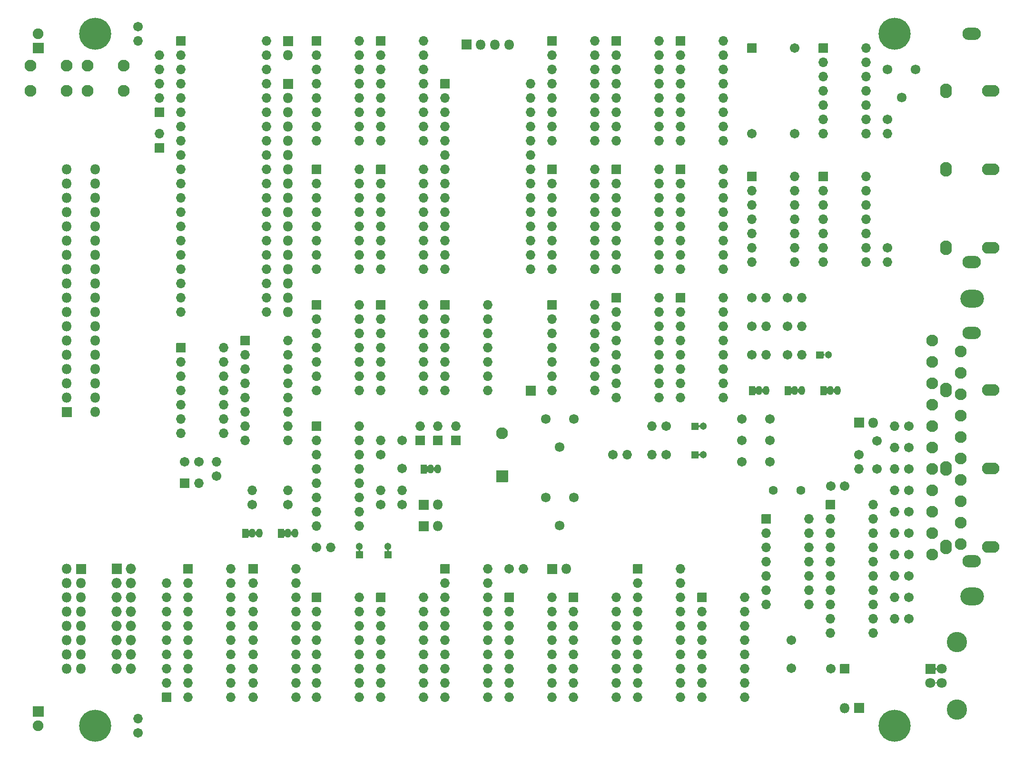
<source format=gbs>
G04 #@! TF.GenerationSoftware,KiCad,Pcbnew,5.1.12-84ad8e8a86~92~ubuntu18.04.1*
G04 #@! TF.CreationDate,2022-12-12T22:34:18+01:00*
G04 #@! TF.ProjectId,full,66756c6c-2e6b-4696-9361-645f70636258,rev?*
G04 #@! TF.SameCoordinates,Original*
G04 #@! TF.FileFunction,Soldermask,Bot*
G04 #@! TF.FilePolarity,Negative*
%FSLAX46Y46*%
G04 Gerber Fmt 4.6, Leading zero omitted, Abs format (unit mm)*
G04 Created by KiCad (PCBNEW 5.1.12-84ad8e8a86~92~ubuntu18.04.1) date 2022-12-12 22:34:18*
%MOMM*%
%LPD*%
G01*
G04 APERTURE LIST*
%ADD10C,1.902000*%
%ADD11O,1.702000X1.702000*%
%ADD12C,1.702000*%
%ADD13O,3.302000X2.202000*%
%ADD14O,3.100980X2.100980*%
%ADD15O,2.100980X2.600980*%
%ADD16O,4.202000X3.202000*%
%ADD17C,2.100980*%
%ADD18O,1.802000X1.802000*%
%ADD19C,1.602000*%
%ADD20C,5.702000*%
%ADD21C,1.722000*%
%ADD22C,1.302000*%
%ADD23C,2.102000*%
%ADD24O,1.829200X1.829200*%
%ADD25C,3.602000*%
%ADD26C,1.802000*%
%ADD27O,1.152000X1.602000*%
%ADD28C,0.100000*%
G04 APERTURE END LIST*
D10*
X16510000Y-16510000D03*
G36*
G01*
X17410000Y-20001000D02*
X15610000Y-20001000D01*
G75*
G02*
X15559000Y-19950000I0J51000D01*
G01*
X15559000Y-18150000D01*
G75*
G02*
X15610000Y-18099000I51000J0D01*
G01*
X17410000Y-18099000D01*
G75*
G02*
X17461000Y-18150000I0J-51000D01*
G01*
X17461000Y-19950000D01*
G75*
G02*
X17410000Y-20001000I-51000J0D01*
G01*
G37*
X16510000Y-139700000D03*
G36*
G01*
X15610000Y-136209000D02*
X17410000Y-136209000D01*
G75*
G02*
X17461000Y-136260000I0J-51000D01*
G01*
X17461000Y-138060000D01*
G75*
G02*
X17410000Y-138111000I-51000J0D01*
G01*
X15610000Y-138111000D01*
G75*
G02*
X15559000Y-138060000I0J51000D01*
G01*
X15559000Y-136260000D01*
G75*
G02*
X15610000Y-136209000I51000J0D01*
G01*
G37*
D11*
X168910000Y-86360000D03*
D12*
X171450000Y-86360000D03*
D11*
X81280000Y-97790000D03*
D12*
X81280000Y-100330000D03*
D13*
X182626000Y-110363000D03*
X182626000Y-69723000D03*
D14*
X186014360Y-107823000D03*
D15*
X178054000Y-107823000D03*
D14*
X186014360Y-93853000D03*
D15*
X178054000Y-93853000D03*
D14*
X186014360Y-79883000D03*
D15*
X178054000Y-79883000D03*
D13*
X182626000Y-57150000D03*
X182626000Y-16510000D03*
D14*
X186014360Y-54610000D03*
D15*
X178054000Y-54610000D03*
D14*
X186014360Y-40640000D03*
D15*
X178054000Y-40640000D03*
D14*
X186014360Y-26670000D03*
D15*
X178054000Y-26670000D03*
D16*
X182679340Y-116669820D03*
X182679340Y-63670180D03*
D17*
X175600360Y-109220000D03*
X180680360Y-107315000D03*
X175600360Y-105410000D03*
X180680360Y-103505000D03*
X175600360Y-101600000D03*
X180680360Y-99695000D03*
X175600360Y-97790000D03*
X180680360Y-95885000D03*
X175600360Y-93980000D03*
X180680360Y-92075000D03*
X175600360Y-90170000D03*
X180680360Y-88265000D03*
X175600360Y-86360000D03*
X180680360Y-84455000D03*
X175600360Y-82550000D03*
X180680360Y-80645000D03*
X175600360Y-78740000D03*
X180680360Y-76835000D03*
X175600360Y-74930000D03*
X180680360Y-73025000D03*
X175600360Y-71120000D03*
D18*
X165100000Y-85725000D03*
G36*
G01*
X163410000Y-86626000D02*
X161710000Y-86626000D01*
G75*
G02*
X161659000Y-86575000I0J51000D01*
G01*
X161659000Y-84875000D01*
G75*
G02*
X161710000Y-84824000I51000J0D01*
G01*
X163410000Y-84824000D01*
G75*
G02*
X163461000Y-84875000I0J-51000D01*
G01*
X163461000Y-86575000D01*
G75*
G02*
X163410000Y-86626000I-51000J0D01*
G01*
G37*
D12*
X42585000Y-92710000D03*
X45085000Y-92710000D03*
X157520000Y-97028000D03*
X160020000Y-97028000D03*
X165735000Y-88980000D03*
X165735000Y-93980000D03*
D19*
X152200000Y-97790000D03*
X147320000Y-97790000D03*
D11*
X162560000Y-93980000D03*
D12*
X162560000Y-91440000D03*
X141685000Y-92710000D03*
X146685000Y-92710000D03*
X141685000Y-88900000D03*
X146685000Y-88900000D03*
X141685000Y-85090000D03*
X146685000Y-85090000D03*
D11*
X102870000Y-111760000D03*
D12*
X100330000Y-111760000D03*
D18*
X110490000Y-111760000D03*
G36*
G01*
X108800000Y-112661000D02*
X107100000Y-112661000D01*
G75*
G02*
X107049000Y-112610000I0J51000D01*
G01*
X107049000Y-110910000D01*
G75*
G02*
X107100000Y-110859000I51000J0D01*
G01*
X108800000Y-110859000D01*
G75*
G02*
X108851000Y-110910000I0J-51000D01*
G01*
X108851000Y-112610000D01*
G75*
G02*
X108800000Y-112661000I-51000J0D01*
G01*
G37*
D20*
X168910000Y-139700000D03*
X168910000Y-16510000D03*
X26670000Y-139700000D03*
X26670000Y-16510000D03*
D21*
X167640000Y-22860000D03*
X170140000Y-27860000D03*
X172640000Y-22860000D03*
X106807000Y-99060000D03*
X109307000Y-104060000D03*
X111807000Y-99060000D03*
X106807000Y-85090000D03*
X109307000Y-90090000D03*
X111807000Y-85090000D03*
D18*
X21590000Y-76200000D03*
X26670000Y-60960000D03*
X21590000Y-58420000D03*
X26670000Y-58420000D03*
X21590000Y-55880000D03*
X26670000Y-55880000D03*
X21590000Y-53340000D03*
X26670000Y-53340000D03*
X21590000Y-50800000D03*
X26670000Y-50800000D03*
X21590000Y-48260000D03*
X26670000Y-48260000D03*
X21590000Y-45720000D03*
X26670000Y-45720000D03*
X21590000Y-43180000D03*
X26670000Y-43180000D03*
X21590000Y-40640000D03*
X26670000Y-40640000D03*
X26670000Y-73660000D03*
X26670000Y-63500000D03*
X21590000Y-60960000D03*
X26670000Y-76200000D03*
X21590000Y-73660000D03*
X26670000Y-71120000D03*
X21590000Y-68580000D03*
X26670000Y-68580000D03*
X21590000Y-66040000D03*
X26670000Y-66040000D03*
X21590000Y-63500000D03*
G36*
G01*
X22491000Y-82970000D02*
X22491000Y-84670000D01*
G75*
G02*
X22440000Y-84721000I-51000J0D01*
G01*
X20740000Y-84721000D01*
G75*
G02*
X20689000Y-84670000I0J51000D01*
G01*
X20689000Y-82970000D01*
G75*
G02*
X20740000Y-82919000I51000J0D01*
G01*
X22440000Y-82919000D01*
G75*
G02*
X22491000Y-82970000I0J-51000D01*
G01*
G37*
X26670000Y-78740000D03*
X21590000Y-71120000D03*
X26670000Y-83820000D03*
X26670000Y-81280000D03*
X21590000Y-78740000D03*
X21590000Y-81280000D03*
D11*
X125730000Y-86360000D03*
D12*
X128270000Y-86360000D03*
D22*
X134850000Y-86360000D03*
G36*
G01*
X132699000Y-86960001D02*
X132699000Y-85759999D01*
G75*
G02*
X132749999Y-85709000I50999J0D01*
G01*
X133950001Y-85709000D01*
G75*
G02*
X134001000Y-85759999I0J-50999D01*
G01*
X134001000Y-86960001D01*
G75*
G02*
X133950001Y-87011000I-50999J0D01*
G01*
X132749999Y-87011000D01*
G75*
G02*
X132699000Y-86960001I0J50999D01*
G01*
G37*
D18*
X21590000Y-129540000D03*
X24130000Y-129540000D03*
X21590000Y-127000000D03*
X24130000Y-127000000D03*
X21590000Y-124460000D03*
X24130000Y-124460000D03*
X21590000Y-121920000D03*
X24130000Y-121920000D03*
X21590000Y-119380000D03*
X24130000Y-119380000D03*
X21590000Y-116840000D03*
X24130000Y-116840000D03*
X21590000Y-114300000D03*
X24130000Y-114300000D03*
X21590000Y-111760000D03*
G36*
G01*
X23229000Y-112610000D02*
X23229000Y-110910000D01*
G75*
G02*
X23280000Y-110859000I51000J0D01*
G01*
X24980000Y-110859000D01*
G75*
G02*
X25031000Y-110910000I0J-51000D01*
G01*
X25031000Y-112610000D01*
G75*
G02*
X24980000Y-112661000I-51000J0D01*
G01*
X23280000Y-112661000D01*
G75*
G02*
X23229000Y-112610000I0J51000D01*
G01*
G37*
X60960000Y-20320000D03*
G36*
G01*
X60059000Y-18630000D02*
X60059000Y-16930000D01*
G75*
G02*
X60110000Y-16879000I51000J0D01*
G01*
X61810000Y-16879000D01*
G75*
G02*
X61861000Y-16930000I0J-51000D01*
G01*
X61861000Y-18630000D01*
G75*
G02*
X61810000Y-18681000I-51000J0D01*
G01*
X60110000Y-18681000D01*
G75*
G02*
X60059000Y-18630000I0J51000D01*
G01*
G37*
D11*
X62357000Y-111760000D03*
X54737000Y-134620000D03*
X62357000Y-114300000D03*
X54737000Y-132080000D03*
X62357000Y-116840000D03*
X54737000Y-129540000D03*
X62357000Y-119380000D03*
X54737000Y-127000000D03*
X62357000Y-121920000D03*
X54737000Y-124460000D03*
X62357000Y-124460000D03*
X54737000Y-121920000D03*
X62357000Y-127000000D03*
X54737000Y-119380000D03*
X62357000Y-129540000D03*
X54737000Y-116840000D03*
X62357000Y-132080000D03*
X54737000Y-114300000D03*
X62357000Y-134620000D03*
G36*
G01*
X53886000Y-112560000D02*
X53886000Y-110960000D01*
G75*
G02*
X53937000Y-110909000I51000J0D01*
G01*
X55537000Y-110909000D01*
G75*
G02*
X55588000Y-110960000I0J-51000D01*
G01*
X55588000Y-112560000D01*
G75*
G02*
X55537000Y-112611000I-51000J0D01*
G01*
X53937000Y-112611000D01*
G75*
G02*
X53886000Y-112560000I0J51000D01*
G01*
G37*
X168910000Y-90170000D03*
D12*
X171450000Y-90170000D03*
D18*
X160020000Y-136525000D03*
G36*
G01*
X161710000Y-135624000D02*
X163410000Y-135624000D01*
G75*
G02*
X163461000Y-135675000I0J-51000D01*
G01*
X163461000Y-137375000D01*
G75*
G02*
X163410000Y-137426000I-51000J0D01*
G01*
X161710000Y-137426000D01*
G75*
G02*
X161659000Y-137375000I0J51000D01*
G01*
X161659000Y-135675000D01*
G75*
G02*
X161710000Y-135624000I51000J0D01*
G01*
G37*
X87630000Y-100330000D03*
G36*
G01*
X85940000Y-101231000D02*
X84240000Y-101231000D01*
G75*
G02*
X84189000Y-101180000I0J51000D01*
G01*
X84189000Y-99480000D01*
G75*
G02*
X84240000Y-99429000I51000J0D01*
G01*
X85940000Y-99429000D01*
G75*
G02*
X85991000Y-99480000I0J-51000D01*
G01*
X85991000Y-101180000D01*
G75*
G02*
X85940000Y-101231000I-51000J0D01*
G01*
G37*
X87630000Y-104140000D03*
G36*
G01*
X85940000Y-105041000D02*
X84240000Y-105041000D01*
G75*
G02*
X84189000Y-104990000I0J51000D01*
G01*
X84189000Y-103290000D01*
G75*
G02*
X84240000Y-103239000I51000J0D01*
G01*
X85940000Y-103239000D01*
G75*
G02*
X85991000Y-103290000I0J-51000D01*
G01*
X85991000Y-104990000D01*
G75*
G02*
X85940000Y-105041000I-51000J0D01*
G01*
G37*
G36*
G01*
X103239000Y-80860000D02*
X103239000Y-79160000D01*
G75*
G02*
X103290000Y-79109000I51000J0D01*
G01*
X104990000Y-79109000D01*
G75*
G02*
X105041000Y-79160000I0J-51000D01*
G01*
X105041000Y-80860000D01*
G75*
G02*
X104990000Y-80911000I-51000J0D01*
G01*
X103290000Y-80911000D01*
G75*
G02*
X103239000Y-80860000I0J51000D01*
G01*
G37*
D11*
X90805000Y-86360000D03*
G36*
G01*
X91605000Y-89751000D02*
X90005000Y-89751000D01*
G75*
G02*
X89954000Y-89700000I0J51000D01*
G01*
X89954000Y-88100000D01*
G75*
G02*
X90005000Y-88049000I51000J0D01*
G01*
X91605000Y-88049000D01*
G75*
G02*
X91656000Y-88100000I0J-51000D01*
G01*
X91656000Y-89700000D01*
G75*
G02*
X91605000Y-89751000I-51000J0D01*
G01*
G37*
D23*
X99060000Y-87650000D03*
G36*
G01*
X100060000Y-96301000D02*
X98060000Y-96301000D01*
G75*
G02*
X98009000Y-96250000I0J51000D01*
G01*
X98009000Y-94250000D01*
G75*
G02*
X98060000Y-94199000I51000J0D01*
G01*
X100060000Y-94199000D01*
G75*
G02*
X100111000Y-94250000I0J-51000D01*
G01*
X100111000Y-96250000D01*
G75*
G02*
X100060000Y-96301000I-51000J0D01*
G01*
G37*
D24*
X33020000Y-129540000D03*
X30480000Y-129540000D03*
X33020000Y-127000000D03*
X30480000Y-127000000D03*
X33020000Y-124460000D03*
X30480000Y-124460000D03*
X33020000Y-121920000D03*
X30480000Y-121920000D03*
X33020000Y-119380000D03*
X30480000Y-119380000D03*
X33020000Y-116840000D03*
X30480000Y-116840000D03*
X33020000Y-114300000D03*
X30480000Y-114300000D03*
X33020000Y-111760000D03*
G36*
G01*
X29565400Y-112623600D02*
X29565400Y-110896400D01*
G75*
G02*
X29616400Y-110845400I51000J0D01*
G01*
X31343600Y-110845400D01*
G75*
G02*
X31394600Y-110896400I0J-51000D01*
G01*
X31394600Y-112623600D01*
G75*
G02*
X31343600Y-112674600I-51000J0D01*
G01*
X29616400Y-112674600D01*
G75*
G02*
X29565400Y-112623600I0J51000D01*
G01*
G37*
D11*
X73660000Y-86360000D03*
X66040000Y-104140000D03*
X73660000Y-88900000D03*
X66040000Y-101600000D03*
X73660000Y-91440000D03*
X66040000Y-99060000D03*
X73660000Y-93980000D03*
X66040000Y-96520000D03*
X73660000Y-96520000D03*
X66040000Y-93980000D03*
X73660000Y-99060000D03*
X66040000Y-91440000D03*
X73660000Y-101600000D03*
X66040000Y-88900000D03*
X73660000Y-104140000D03*
G36*
G01*
X65189000Y-87160000D02*
X65189000Y-85560000D01*
G75*
G02*
X65240000Y-85509000I51000J0D01*
G01*
X66840000Y-85509000D01*
G75*
G02*
X66891000Y-85560000I0J-51000D01*
G01*
X66891000Y-87160000D01*
G75*
G02*
X66840000Y-87211000I-51000J0D01*
G01*
X65240000Y-87211000D01*
G75*
G02*
X65189000Y-87160000I0J51000D01*
G01*
G37*
X57150000Y-17780000D03*
X41910000Y-66040000D03*
X57150000Y-20320000D03*
X41910000Y-63500000D03*
X57150000Y-22860000D03*
X41910000Y-60960000D03*
X57150000Y-25400000D03*
X41910000Y-58420000D03*
X57150000Y-27940000D03*
X41910000Y-55880000D03*
X57150000Y-30480000D03*
X41910000Y-53340000D03*
X57150000Y-33020000D03*
X41910000Y-50800000D03*
X57150000Y-35560000D03*
X41910000Y-48260000D03*
X57150000Y-38100000D03*
X41910000Y-45720000D03*
X57150000Y-40640000D03*
X41910000Y-43180000D03*
X57150000Y-43180000D03*
X41910000Y-40640000D03*
X57150000Y-45720000D03*
X41910000Y-38100000D03*
X57150000Y-48260000D03*
X41910000Y-35560000D03*
X57150000Y-50800000D03*
X41910000Y-33020000D03*
X57150000Y-53340000D03*
X41910000Y-30480000D03*
X57150000Y-55880000D03*
X41910000Y-27940000D03*
X57150000Y-58420000D03*
X41910000Y-25400000D03*
X57150000Y-60960000D03*
X41910000Y-22860000D03*
X57150000Y-63500000D03*
X41910000Y-20320000D03*
X57150000Y-66040000D03*
G36*
G01*
X41059000Y-18580000D02*
X41059000Y-16980000D01*
G75*
G02*
X41110000Y-16929000I51000J0D01*
G01*
X42710000Y-16929000D01*
G75*
G02*
X42761000Y-16980000I0J-51000D01*
G01*
X42761000Y-18580000D01*
G75*
G02*
X42710000Y-18631000I-51000J0D01*
G01*
X41110000Y-18631000D01*
G75*
G02*
X41059000Y-18580000I0J51000D01*
G01*
G37*
D18*
X100330000Y-18415000D03*
X97790000Y-18415000D03*
X95250000Y-18415000D03*
G36*
G01*
X93560000Y-19316000D02*
X91860000Y-19316000D01*
G75*
G02*
X91809000Y-19265000I0J51000D01*
G01*
X91809000Y-17565000D01*
G75*
G02*
X91860000Y-17514000I51000J0D01*
G01*
X93560000Y-17514000D01*
G75*
G02*
X93611000Y-17565000I0J-51000D01*
G01*
X93611000Y-19265000D01*
G75*
G02*
X93560000Y-19316000I-51000J0D01*
G01*
G37*
D11*
X125730000Y-91440000D03*
D12*
X128270000Y-91440000D03*
D11*
X167640000Y-57150000D03*
D12*
X167640000Y-54610000D03*
D11*
X167640000Y-34290000D03*
D12*
X167640000Y-31750000D03*
D11*
X146050000Y-68580000D03*
D12*
X143510000Y-68580000D03*
D11*
X168910000Y-97790000D03*
D12*
X171450000Y-97790000D03*
D11*
X168910000Y-105410000D03*
D12*
X171450000Y-105410000D03*
D11*
X168910000Y-113030000D03*
D12*
X171450000Y-113030000D03*
D11*
X168910000Y-120650000D03*
D12*
X171450000Y-120650000D03*
D11*
X168910000Y-93980000D03*
D12*
X171450000Y-93980000D03*
D11*
X168910000Y-101600000D03*
D12*
X171450000Y-101600000D03*
D11*
X168910000Y-109220000D03*
D12*
X171450000Y-109220000D03*
D11*
X168910000Y-116840000D03*
D12*
X171450000Y-116840000D03*
D11*
X34290000Y-17780000D03*
D12*
X34290000Y-15240000D03*
D11*
X48260000Y-92710000D03*
D12*
X48260000Y-95250000D03*
D11*
X152400000Y-68580000D03*
D12*
X149860000Y-68580000D03*
D11*
X146050000Y-73660000D03*
D12*
X143510000Y-73660000D03*
D11*
X152400000Y-63500000D03*
D12*
X149860000Y-63500000D03*
D11*
X146050000Y-63500000D03*
D12*
X143510000Y-63500000D03*
D11*
X152400000Y-73660000D03*
D12*
X149860000Y-73660000D03*
D11*
X121285000Y-91440000D03*
D12*
X118745000Y-91440000D03*
D11*
X34290000Y-138430000D03*
D12*
X34290000Y-140970000D03*
D11*
X77470000Y-97790000D03*
D12*
X77470000Y-100330000D03*
D11*
X77470000Y-88900000D03*
D12*
X77470000Y-91440000D03*
D11*
X68580000Y-107950000D03*
D12*
X66040000Y-107950000D03*
D11*
X54610000Y-97790000D03*
D12*
X54610000Y-100330000D03*
D11*
X60960000Y-97790000D03*
D12*
X60960000Y-100330000D03*
X150495000Y-129460000D03*
X150495000Y-124460000D03*
X157520000Y-129540000D03*
G36*
G01*
X160871000Y-128740000D02*
X160871000Y-130340000D01*
G75*
G02*
X160820000Y-130391000I-51000J0D01*
G01*
X159220000Y-130391000D01*
G75*
G02*
X159169000Y-130340000I0J51000D01*
G01*
X159169000Y-128740000D01*
G75*
G02*
X159220000Y-128689000I51000J0D01*
G01*
X160820000Y-128689000D01*
G75*
G02*
X160871000Y-128740000I0J-51000D01*
G01*
G37*
D22*
X134850000Y-91440000D03*
G36*
G01*
X132699000Y-92040001D02*
X132699000Y-90839999D01*
G75*
G02*
X132749999Y-90789000I50999J0D01*
G01*
X133950001Y-90789000D01*
G75*
G02*
X134001000Y-90839999I0J-50999D01*
G01*
X134001000Y-92040001D01*
G75*
G02*
X133950001Y-92091000I-50999J0D01*
G01*
X132749999Y-92091000D01*
G75*
G02*
X132699000Y-92040001I0J50999D01*
G01*
G37*
X157075000Y-73660000D03*
G36*
G01*
X154924000Y-74260001D02*
X154924000Y-73059999D01*
G75*
G02*
X154974999Y-73009000I50999J0D01*
G01*
X156175001Y-73009000D01*
G75*
G02*
X156226000Y-73059999I0J-50999D01*
G01*
X156226000Y-74260001D01*
G75*
G02*
X156175001Y-74311000I-50999J0D01*
G01*
X154974999Y-74311000D01*
G75*
G02*
X154924000Y-74260001I0J50999D01*
G01*
G37*
X78740000Y-107720000D03*
G36*
G01*
X79340001Y-109871000D02*
X78139999Y-109871000D01*
G75*
G02*
X78089000Y-109820001I0J50999D01*
G01*
X78089000Y-108619999D01*
G75*
G02*
X78139999Y-108569000I50999J0D01*
G01*
X79340001Y-108569000D01*
G75*
G02*
X79391000Y-108619999I0J-50999D01*
G01*
X79391000Y-109820001D01*
G75*
G02*
X79340001Y-109871000I-50999J0D01*
G01*
G37*
D12*
X81280000Y-93900000D03*
X81280000Y-88900000D03*
D22*
X73660000Y-107720000D03*
G36*
G01*
X74260001Y-109871000D02*
X73059999Y-109871000D01*
G75*
G02*
X73009000Y-109820001I0J50999D01*
G01*
X73009000Y-108619999D01*
G75*
G02*
X73059999Y-108569000I50999J0D01*
G01*
X74260001Y-108569000D01*
G75*
G02*
X74311000Y-108619999I0J-50999D01*
G01*
X74311000Y-109820001D01*
G75*
G02*
X74260001Y-109871000I-50999J0D01*
G01*
G37*
D11*
X60960000Y-71120000D03*
X53340000Y-88900000D03*
X60960000Y-73660000D03*
X53340000Y-86360000D03*
X60960000Y-76200000D03*
X53340000Y-83820000D03*
X60960000Y-78740000D03*
X53340000Y-81280000D03*
X60960000Y-81280000D03*
X53340000Y-78740000D03*
X60960000Y-83820000D03*
X53340000Y-76200000D03*
X60960000Y-86360000D03*
X53340000Y-73660000D03*
X60960000Y-88900000D03*
G36*
G01*
X52489000Y-71920000D02*
X52489000Y-70320000D01*
G75*
G02*
X52540000Y-70269000I51000J0D01*
G01*
X54140000Y-70269000D01*
G75*
G02*
X54191000Y-70320000I0J-51000D01*
G01*
X54191000Y-71920000D01*
G75*
G02*
X54140000Y-71971000I-51000J0D01*
G01*
X52540000Y-71971000D01*
G75*
G02*
X52489000Y-71920000I0J51000D01*
G01*
G37*
D23*
X25250000Y-26670000D03*
X25250000Y-22170000D03*
X31750000Y-26670000D03*
X31750000Y-22170000D03*
X15090000Y-26670000D03*
X15090000Y-22170000D03*
X21590000Y-26670000D03*
X21590000Y-22170000D03*
D25*
X179970000Y-136810000D03*
X179970000Y-124770000D03*
D26*
X177260000Y-129540000D03*
X177260000Y-132040000D03*
X175260000Y-132040000D03*
G36*
G01*
X174359000Y-130390000D02*
X174359000Y-128690000D01*
G75*
G02*
X174410000Y-128639000I51000J0D01*
G01*
X176110000Y-128639000D01*
G75*
G02*
X176161000Y-128690000I0J-51000D01*
G01*
X176161000Y-130390000D01*
G75*
G02*
X176110000Y-130441000I-51000J0D01*
G01*
X174410000Y-130441000D01*
G75*
G02*
X174359000Y-130390000I0J51000D01*
G01*
G37*
D11*
X45085000Y-96520000D03*
G36*
G01*
X41694000Y-97320000D02*
X41694000Y-95720000D01*
G75*
G02*
X41745000Y-95669000I51000J0D01*
G01*
X43345000Y-95669000D01*
G75*
G02*
X43396000Y-95720000I0J-51000D01*
G01*
X43396000Y-97320000D01*
G75*
G02*
X43345000Y-97371000I-51000J0D01*
G01*
X41745000Y-97371000D01*
G75*
G02*
X41694000Y-97320000I0J51000D01*
G01*
G37*
X87630000Y-86360000D03*
G36*
G01*
X88430000Y-89751000D02*
X86830000Y-89751000D01*
G75*
G02*
X86779000Y-89700000I0J51000D01*
G01*
X86779000Y-88100000D01*
G75*
G02*
X86830000Y-88049000I51000J0D01*
G01*
X88430000Y-88049000D01*
G75*
G02*
X88481000Y-88100000I0J-51000D01*
G01*
X88481000Y-89700000D01*
G75*
G02*
X88430000Y-89751000I-51000J0D01*
G01*
G37*
X84455000Y-86360000D03*
G36*
G01*
X85255000Y-89751000D02*
X83655000Y-89751000D01*
G75*
G02*
X83604000Y-89700000I0J51000D01*
G01*
X83604000Y-88100000D01*
G75*
G02*
X83655000Y-88049000I51000J0D01*
G01*
X85255000Y-88049000D01*
G75*
G02*
X85306000Y-88100000I0J-51000D01*
G01*
X85306000Y-89700000D01*
G75*
G02*
X85255000Y-89751000I-51000J0D01*
G01*
G37*
X38100000Y-34290000D03*
G36*
G01*
X38900000Y-37681000D02*
X37300000Y-37681000D01*
G75*
G02*
X37249000Y-37630000I0J51000D01*
G01*
X37249000Y-36030000D01*
G75*
G02*
X37300000Y-35979000I51000J0D01*
G01*
X38900000Y-35979000D01*
G75*
G02*
X38951000Y-36030000I0J-51000D01*
G01*
X38951000Y-37630000D01*
G75*
G02*
X38900000Y-37681000I-51000J0D01*
G01*
G37*
X39370000Y-114300000D03*
X39370000Y-116840000D03*
X39370000Y-119380000D03*
X39370000Y-121920000D03*
X39370000Y-124460000D03*
X39370000Y-127000000D03*
X39370000Y-129540000D03*
X39370000Y-132080000D03*
G36*
G01*
X40170000Y-135471000D02*
X38570000Y-135471000D01*
G75*
G02*
X38519000Y-135420000I0J51000D01*
G01*
X38519000Y-133820000D01*
G75*
G02*
X38570000Y-133769000I51000J0D01*
G01*
X40170000Y-133769000D01*
G75*
G02*
X40221000Y-133820000I0J-51000D01*
G01*
X40221000Y-135420000D01*
G75*
G02*
X40170000Y-135471000I-51000J0D01*
G01*
G37*
X85090000Y-17780000D03*
X77470000Y-35560000D03*
X85090000Y-20320000D03*
X77470000Y-33020000D03*
X85090000Y-22860000D03*
X77470000Y-30480000D03*
X85090000Y-25400000D03*
X77470000Y-27940000D03*
X85090000Y-27940000D03*
X77470000Y-25400000D03*
X85090000Y-30480000D03*
X77470000Y-22860000D03*
X85090000Y-33020000D03*
X77470000Y-20320000D03*
X85090000Y-35560000D03*
G36*
G01*
X76619000Y-18580000D02*
X76619000Y-16980000D01*
G75*
G02*
X76670000Y-16929000I51000J0D01*
G01*
X78270000Y-16929000D01*
G75*
G02*
X78321000Y-16980000I0J-51000D01*
G01*
X78321000Y-18580000D01*
G75*
G02*
X78270000Y-18631000I-51000J0D01*
G01*
X76670000Y-18631000D01*
G75*
G02*
X76619000Y-18580000I0J51000D01*
G01*
G37*
X85090000Y-40640000D03*
X77470000Y-58420000D03*
X85090000Y-43180000D03*
X77470000Y-55880000D03*
X85090000Y-45720000D03*
X77470000Y-53340000D03*
X85090000Y-48260000D03*
X77470000Y-50800000D03*
X85090000Y-50800000D03*
X77470000Y-48260000D03*
X85090000Y-53340000D03*
X77470000Y-45720000D03*
X85090000Y-55880000D03*
X77470000Y-43180000D03*
X85090000Y-58420000D03*
G36*
G01*
X76619000Y-41440000D02*
X76619000Y-39840000D01*
G75*
G02*
X76670000Y-39789000I51000J0D01*
G01*
X78270000Y-39789000D01*
G75*
G02*
X78321000Y-39840000I0J-51000D01*
G01*
X78321000Y-41440000D01*
G75*
G02*
X78270000Y-41491000I-51000J0D01*
G01*
X76670000Y-41491000D01*
G75*
G02*
X76619000Y-41440000I0J51000D01*
G01*
G37*
X165100000Y-100330000D03*
X157480000Y-123190000D03*
X165100000Y-102870000D03*
X157480000Y-120650000D03*
X165100000Y-105410000D03*
X157480000Y-118110000D03*
X165100000Y-107950000D03*
X157480000Y-115570000D03*
X165100000Y-110490000D03*
X157480000Y-113030000D03*
X165100000Y-113030000D03*
X157480000Y-110490000D03*
X165100000Y-115570000D03*
X157480000Y-107950000D03*
X165100000Y-118110000D03*
X157480000Y-105410000D03*
X165100000Y-120650000D03*
X157480000Y-102870000D03*
X165100000Y-123190000D03*
G36*
G01*
X156629000Y-101130000D02*
X156629000Y-99530000D01*
G75*
G02*
X156680000Y-99479000I51000J0D01*
G01*
X158280000Y-99479000D01*
G75*
G02*
X158331000Y-99530000I0J-51000D01*
G01*
X158331000Y-101130000D01*
G75*
G02*
X158280000Y-101181000I-51000J0D01*
G01*
X156680000Y-101181000D01*
G75*
G02*
X156629000Y-101130000I0J51000D01*
G01*
G37*
X153670000Y-102870000D03*
X146050000Y-118110000D03*
X153670000Y-105410000D03*
X146050000Y-115570000D03*
X153670000Y-107950000D03*
X146050000Y-113030000D03*
X153670000Y-110490000D03*
X146050000Y-110490000D03*
X153670000Y-113030000D03*
X146050000Y-107950000D03*
X153670000Y-115570000D03*
X146050000Y-105410000D03*
X153670000Y-118110000D03*
G36*
G01*
X145199000Y-103670000D02*
X145199000Y-102070000D01*
G75*
G02*
X145250000Y-102019000I51000J0D01*
G01*
X146850000Y-102019000D01*
G75*
G02*
X146901000Y-102070000I0J-51000D01*
G01*
X146901000Y-103670000D01*
G75*
G02*
X146850000Y-103721000I-51000J0D01*
G01*
X145250000Y-103721000D01*
G75*
G02*
X145199000Y-103670000I0J51000D01*
G01*
G37*
X142240000Y-116840000D03*
X134620000Y-134620000D03*
X142240000Y-119380000D03*
X134620000Y-132080000D03*
X142240000Y-121920000D03*
X134620000Y-129540000D03*
X142240000Y-124460000D03*
X134620000Y-127000000D03*
X142240000Y-127000000D03*
X134620000Y-124460000D03*
X142240000Y-129540000D03*
X134620000Y-121920000D03*
X142240000Y-132080000D03*
X134620000Y-119380000D03*
X142240000Y-134620000D03*
G36*
G01*
X133769000Y-117640000D02*
X133769000Y-116040000D01*
G75*
G02*
X133820000Y-115989000I51000J0D01*
G01*
X135420000Y-115989000D01*
G75*
G02*
X135471000Y-116040000I0J-51000D01*
G01*
X135471000Y-117640000D01*
G75*
G02*
X135420000Y-117691000I-51000J0D01*
G01*
X133820000Y-117691000D01*
G75*
G02*
X133769000Y-117640000I0J51000D01*
G01*
G37*
X130810000Y-111760000D03*
X123190000Y-134620000D03*
X130810000Y-114300000D03*
X123190000Y-132080000D03*
X130810000Y-116840000D03*
X123190000Y-129540000D03*
X130810000Y-119380000D03*
X123190000Y-127000000D03*
X130810000Y-121920000D03*
X123190000Y-124460000D03*
X130810000Y-124460000D03*
X123190000Y-121920000D03*
X130810000Y-127000000D03*
X123190000Y-119380000D03*
X130810000Y-129540000D03*
X123190000Y-116840000D03*
X130810000Y-132080000D03*
X123190000Y-114300000D03*
X130810000Y-134620000D03*
G36*
G01*
X122339000Y-112560000D02*
X122339000Y-110960000D01*
G75*
G02*
X122390000Y-110909000I51000J0D01*
G01*
X123990000Y-110909000D01*
G75*
G02*
X124041000Y-110960000I0J-51000D01*
G01*
X124041000Y-112560000D01*
G75*
G02*
X123990000Y-112611000I-51000J0D01*
G01*
X122390000Y-112611000D01*
G75*
G02*
X122339000Y-112560000I0J51000D01*
G01*
G37*
X73660000Y-17780000D03*
X66040000Y-35560000D03*
X73660000Y-20320000D03*
X66040000Y-33020000D03*
X73660000Y-22860000D03*
X66040000Y-30480000D03*
X73660000Y-25400000D03*
X66040000Y-27940000D03*
X73660000Y-27940000D03*
X66040000Y-25400000D03*
X73660000Y-30480000D03*
X66040000Y-22860000D03*
X73660000Y-33020000D03*
X66040000Y-20320000D03*
X73660000Y-35560000D03*
G36*
G01*
X65189000Y-18580000D02*
X65189000Y-16980000D01*
G75*
G02*
X65240000Y-16929000I51000J0D01*
G01*
X66840000Y-16929000D01*
G75*
G02*
X66891000Y-16980000I0J-51000D01*
G01*
X66891000Y-18580000D01*
G75*
G02*
X66840000Y-18631000I-51000J0D01*
G01*
X65240000Y-18631000D01*
G75*
G02*
X65189000Y-18580000I0J51000D01*
G01*
G37*
X73660000Y-40640000D03*
X66040000Y-58420000D03*
X73660000Y-43180000D03*
X66040000Y-55880000D03*
X73660000Y-45720000D03*
X66040000Y-53340000D03*
X73660000Y-48260000D03*
X66040000Y-50800000D03*
X73660000Y-50800000D03*
X66040000Y-48260000D03*
X73660000Y-53340000D03*
X66040000Y-45720000D03*
X73660000Y-55880000D03*
X66040000Y-43180000D03*
X73660000Y-58420000D03*
G36*
G01*
X65189000Y-41440000D02*
X65189000Y-39840000D01*
G75*
G02*
X65240000Y-39789000I51000J0D01*
G01*
X66840000Y-39789000D01*
G75*
G02*
X66891000Y-39840000I0J-51000D01*
G01*
X66891000Y-41440000D01*
G75*
G02*
X66840000Y-41491000I-51000J0D01*
G01*
X65240000Y-41491000D01*
G75*
G02*
X65189000Y-41440000I0J51000D01*
G01*
G37*
X163830000Y-19050000D03*
X156210000Y-34290000D03*
X163830000Y-21590000D03*
X156210000Y-31750000D03*
X163830000Y-24130000D03*
X156210000Y-29210000D03*
X163830000Y-26670000D03*
X156210000Y-26670000D03*
X163830000Y-29210000D03*
X156210000Y-24130000D03*
X163830000Y-31750000D03*
X156210000Y-21590000D03*
X163830000Y-34290000D03*
G36*
G01*
X155359000Y-19850000D02*
X155359000Y-18250000D01*
G75*
G02*
X155410000Y-18199000I51000J0D01*
G01*
X157010000Y-18199000D01*
G75*
G02*
X157061000Y-18250000I0J-51000D01*
G01*
X157061000Y-19850000D01*
G75*
G02*
X157010000Y-19901000I-51000J0D01*
G01*
X155410000Y-19901000D01*
G75*
G02*
X155359000Y-19850000I0J51000D01*
G01*
G37*
X138430000Y-63500000D03*
X130810000Y-81280000D03*
X138430000Y-66040000D03*
X130810000Y-78740000D03*
X138430000Y-68580000D03*
X130810000Y-76200000D03*
X138430000Y-71120000D03*
X130810000Y-73660000D03*
X138430000Y-73660000D03*
X130810000Y-71120000D03*
X138430000Y-76200000D03*
X130810000Y-68580000D03*
X138430000Y-78740000D03*
X130810000Y-66040000D03*
X138430000Y-81280000D03*
G36*
G01*
X129959000Y-64300000D02*
X129959000Y-62700000D01*
G75*
G02*
X130010000Y-62649000I51000J0D01*
G01*
X131610000Y-62649000D01*
G75*
G02*
X131661000Y-62700000I0J-51000D01*
G01*
X131661000Y-64300000D01*
G75*
G02*
X131610000Y-64351000I-51000J0D01*
G01*
X130010000Y-64351000D01*
G75*
G02*
X129959000Y-64300000I0J51000D01*
G01*
G37*
X138430000Y-40640000D03*
X130810000Y-58420000D03*
X138430000Y-43180000D03*
X130810000Y-55880000D03*
X138430000Y-45720000D03*
X130810000Y-53340000D03*
X138430000Y-48260000D03*
X130810000Y-50800000D03*
X138430000Y-50800000D03*
X130810000Y-48260000D03*
X138430000Y-53340000D03*
X130810000Y-45720000D03*
X138430000Y-55880000D03*
X130810000Y-43180000D03*
X138430000Y-58420000D03*
G36*
G01*
X129959000Y-41440000D02*
X129959000Y-39840000D01*
G75*
G02*
X130010000Y-39789000I51000J0D01*
G01*
X131610000Y-39789000D01*
G75*
G02*
X131661000Y-39840000I0J-51000D01*
G01*
X131661000Y-41440000D01*
G75*
G02*
X131610000Y-41491000I-51000J0D01*
G01*
X130010000Y-41491000D01*
G75*
G02*
X129959000Y-41440000I0J51000D01*
G01*
G37*
X127000000Y-40640000D03*
X119380000Y-58420000D03*
X127000000Y-43180000D03*
X119380000Y-55880000D03*
X127000000Y-45720000D03*
X119380000Y-53340000D03*
X127000000Y-48260000D03*
X119380000Y-50800000D03*
X127000000Y-50800000D03*
X119380000Y-48260000D03*
X127000000Y-53340000D03*
X119380000Y-45720000D03*
X127000000Y-55880000D03*
X119380000Y-43180000D03*
X127000000Y-58420000D03*
G36*
G01*
X118529000Y-41440000D02*
X118529000Y-39840000D01*
G75*
G02*
X118580000Y-39789000I51000J0D01*
G01*
X120180000Y-39789000D01*
G75*
G02*
X120231000Y-39840000I0J-51000D01*
G01*
X120231000Y-41440000D01*
G75*
G02*
X120180000Y-41491000I-51000J0D01*
G01*
X118580000Y-41491000D01*
G75*
G02*
X118529000Y-41440000I0J51000D01*
G01*
G37*
X138430000Y-17780000D03*
X130810000Y-35560000D03*
X138430000Y-20320000D03*
X130810000Y-33020000D03*
X138430000Y-22860000D03*
X130810000Y-30480000D03*
X138430000Y-25400000D03*
X130810000Y-27940000D03*
X138430000Y-27940000D03*
X130810000Y-25400000D03*
X138430000Y-30480000D03*
X130810000Y-22860000D03*
X138430000Y-33020000D03*
X130810000Y-20320000D03*
X138430000Y-35560000D03*
G36*
G01*
X129959000Y-18580000D02*
X129959000Y-16980000D01*
G75*
G02*
X130010000Y-16929000I51000J0D01*
G01*
X131610000Y-16929000D01*
G75*
G02*
X131661000Y-16980000I0J-51000D01*
G01*
X131661000Y-18580000D01*
G75*
G02*
X131610000Y-18631000I-51000J0D01*
G01*
X130010000Y-18631000D01*
G75*
G02*
X129959000Y-18580000I0J51000D01*
G01*
G37*
X115570000Y-64770000D03*
X107950000Y-80010000D03*
X115570000Y-67310000D03*
X107950000Y-77470000D03*
X115570000Y-69850000D03*
X107950000Y-74930000D03*
X115570000Y-72390000D03*
X107950000Y-72390000D03*
X115570000Y-74930000D03*
X107950000Y-69850000D03*
X115570000Y-77470000D03*
X107950000Y-67310000D03*
X115570000Y-80010000D03*
G36*
G01*
X107099000Y-65570000D02*
X107099000Y-63970000D01*
G75*
G02*
X107150000Y-63919000I51000J0D01*
G01*
X108750000Y-63919000D01*
G75*
G02*
X108801000Y-63970000I0J-51000D01*
G01*
X108801000Y-65570000D01*
G75*
G02*
X108750000Y-65621000I-51000J0D01*
G01*
X107150000Y-65621000D01*
G75*
G02*
X107099000Y-65570000I0J51000D01*
G01*
G37*
X85090000Y-64770000D03*
X77470000Y-80010000D03*
X85090000Y-67310000D03*
X77470000Y-77470000D03*
X85090000Y-69850000D03*
X77470000Y-74930000D03*
X85090000Y-72390000D03*
X77470000Y-72390000D03*
X85090000Y-74930000D03*
X77470000Y-69850000D03*
X85090000Y-77470000D03*
X77470000Y-67310000D03*
X85090000Y-80010000D03*
G36*
G01*
X76619000Y-65570000D02*
X76619000Y-63970000D01*
G75*
G02*
X76670000Y-63919000I51000J0D01*
G01*
X78270000Y-63919000D01*
G75*
G02*
X78321000Y-63970000I0J-51000D01*
G01*
X78321000Y-65570000D01*
G75*
G02*
X78270000Y-65621000I-51000J0D01*
G01*
X76670000Y-65621000D01*
G75*
G02*
X76619000Y-65570000I0J51000D01*
G01*
G37*
X96520000Y-64770000D03*
X88900000Y-80010000D03*
X96520000Y-67310000D03*
X88900000Y-77470000D03*
X96520000Y-69850000D03*
X88900000Y-74930000D03*
X96520000Y-72390000D03*
X88900000Y-72390000D03*
X96520000Y-74930000D03*
X88900000Y-69850000D03*
X96520000Y-77470000D03*
X88900000Y-67310000D03*
X96520000Y-80010000D03*
G36*
G01*
X88049000Y-65570000D02*
X88049000Y-63970000D01*
G75*
G02*
X88100000Y-63919000I51000J0D01*
G01*
X89700000Y-63919000D01*
G75*
G02*
X89751000Y-63970000I0J-51000D01*
G01*
X89751000Y-65570000D01*
G75*
G02*
X89700000Y-65621000I-51000J0D01*
G01*
X88100000Y-65621000D01*
G75*
G02*
X88049000Y-65570000I0J51000D01*
G01*
G37*
X73660000Y-64770000D03*
X66040000Y-80010000D03*
X73660000Y-67310000D03*
X66040000Y-77470000D03*
X73660000Y-69850000D03*
X66040000Y-74930000D03*
X73660000Y-72390000D03*
X66040000Y-72390000D03*
X73660000Y-74930000D03*
X66040000Y-69850000D03*
X73660000Y-77470000D03*
X66040000Y-67310000D03*
X73660000Y-80010000D03*
G36*
G01*
X65189000Y-65570000D02*
X65189000Y-63970000D01*
G75*
G02*
X65240000Y-63919000I51000J0D01*
G01*
X66840000Y-63919000D01*
G75*
G02*
X66891000Y-63970000I0J-51000D01*
G01*
X66891000Y-65570000D01*
G75*
G02*
X66840000Y-65621000I-51000J0D01*
G01*
X65240000Y-65621000D01*
G75*
G02*
X65189000Y-65570000I0J51000D01*
G01*
G37*
X49530000Y-72390000D03*
X41910000Y-87630000D03*
X49530000Y-74930000D03*
X41910000Y-85090000D03*
X49530000Y-77470000D03*
X41910000Y-82550000D03*
X49530000Y-80010000D03*
X41910000Y-80010000D03*
X49530000Y-82550000D03*
X41910000Y-77470000D03*
X49530000Y-85090000D03*
X41910000Y-74930000D03*
X49530000Y-87630000D03*
G36*
G01*
X41059000Y-73190000D02*
X41059000Y-71590000D01*
G75*
G02*
X41110000Y-71539000I51000J0D01*
G01*
X42710000Y-71539000D01*
G75*
G02*
X42761000Y-71590000I0J-51000D01*
G01*
X42761000Y-73190000D01*
G75*
G02*
X42710000Y-73241000I-51000J0D01*
G01*
X41110000Y-73241000D01*
G75*
G02*
X41059000Y-73190000I0J51000D01*
G01*
G37*
X115570000Y-17780000D03*
X107950000Y-35560000D03*
X115570000Y-20320000D03*
X107950000Y-33020000D03*
X115570000Y-22860000D03*
X107950000Y-30480000D03*
X115570000Y-25400000D03*
X107950000Y-27940000D03*
X115570000Y-27940000D03*
X107950000Y-25400000D03*
X115570000Y-30480000D03*
X107950000Y-22860000D03*
X115570000Y-33020000D03*
X107950000Y-20320000D03*
X115570000Y-35560000D03*
G36*
G01*
X107099000Y-18580000D02*
X107099000Y-16980000D01*
G75*
G02*
X107150000Y-16929000I51000J0D01*
G01*
X108750000Y-16929000D01*
G75*
G02*
X108801000Y-16980000I0J-51000D01*
G01*
X108801000Y-18580000D01*
G75*
G02*
X108750000Y-18631000I-51000J0D01*
G01*
X107150000Y-18631000D01*
G75*
G02*
X107099000Y-18580000I0J51000D01*
G01*
G37*
X115570000Y-40640000D03*
X107950000Y-58420000D03*
X115570000Y-43180000D03*
X107950000Y-55880000D03*
X115570000Y-45720000D03*
X107950000Y-53340000D03*
X115570000Y-48260000D03*
X107950000Y-50800000D03*
X115570000Y-50800000D03*
X107950000Y-48260000D03*
X115570000Y-53340000D03*
X107950000Y-45720000D03*
X115570000Y-55880000D03*
X107950000Y-43180000D03*
X115570000Y-58420000D03*
G36*
G01*
X107099000Y-41440000D02*
X107099000Y-39840000D01*
G75*
G02*
X107150000Y-39789000I51000J0D01*
G01*
X108750000Y-39789000D01*
G75*
G02*
X108801000Y-39840000I0J-51000D01*
G01*
X108801000Y-41440000D01*
G75*
G02*
X108750000Y-41491000I-51000J0D01*
G01*
X107150000Y-41491000D01*
G75*
G02*
X107099000Y-41440000I0J51000D01*
G01*
G37*
X104140000Y-25400000D03*
X88900000Y-58420000D03*
X104140000Y-27940000D03*
X88900000Y-55880000D03*
X104140000Y-30480000D03*
X88900000Y-53340000D03*
X104140000Y-33020000D03*
X88900000Y-50800000D03*
X104140000Y-35560000D03*
X88900000Y-48260000D03*
X104140000Y-38100000D03*
X88900000Y-45720000D03*
X104140000Y-40640000D03*
X88900000Y-43180000D03*
X104140000Y-43180000D03*
X88900000Y-40640000D03*
X104140000Y-45720000D03*
X88900000Y-38100000D03*
X104140000Y-48260000D03*
X88900000Y-35560000D03*
X104140000Y-50800000D03*
X88900000Y-33020000D03*
X104140000Y-53340000D03*
X88900000Y-30480000D03*
X104140000Y-55880000D03*
X88900000Y-27940000D03*
X104140000Y-58420000D03*
G36*
G01*
X88049000Y-26200000D02*
X88049000Y-24600000D01*
G75*
G02*
X88100000Y-24549000I51000J0D01*
G01*
X89700000Y-24549000D01*
G75*
G02*
X89751000Y-24600000I0J-51000D01*
G01*
X89751000Y-26200000D01*
G75*
G02*
X89700000Y-26251000I-51000J0D01*
G01*
X88100000Y-26251000D01*
G75*
G02*
X88049000Y-26200000I0J51000D01*
G01*
G37*
X38100000Y-20320000D03*
X38100000Y-22860000D03*
X38100000Y-25400000D03*
X38100000Y-27940000D03*
G36*
G01*
X38900000Y-31331000D02*
X37300000Y-31331000D01*
G75*
G02*
X37249000Y-31280000I0J51000D01*
G01*
X37249000Y-29680000D01*
G75*
G02*
X37300000Y-29629000I51000J0D01*
G01*
X38900000Y-29629000D01*
G75*
G02*
X38951000Y-29680000I0J-51000D01*
G01*
X38951000Y-31280000D01*
G75*
G02*
X38900000Y-31331000I-51000J0D01*
G01*
G37*
D18*
X60960000Y-66040000D03*
X60960000Y-63500000D03*
X60960000Y-60960000D03*
X60960000Y-58420000D03*
X60960000Y-55880000D03*
X60960000Y-53340000D03*
X60960000Y-50800000D03*
X60960000Y-48260000D03*
X60960000Y-45720000D03*
X60960000Y-43180000D03*
X60960000Y-40640000D03*
X60960000Y-38100000D03*
X60960000Y-35560000D03*
X60960000Y-33020000D03*
X60960000Y-30480000D03*
X60960000Y-27940000D03*
G36*
G01*
X60059000Y-26250000D02*
X60059000Y-24550000D01*
G75*
G02*
X60110000Y-24499000I51000J0D01*
G01*
X61810000Y-24499000D01*
G75*
G02*
X61861000Y-24550000I0J-51000D01*
G01*
X61861000Y-26250000D01*
G75*
G02*
X61810000Y-26301000I-51000J0D01*
G01*
X60110000Y-26301000D01*
G75*
G02*
X60059000Y-26250000I0J51000D01*
G01*
G37*
D11*
X73660000Y-116840000D03*
X66040000Y-134620000D03*
X73660000Y-119380000D03*
X66040000Y-132080000D03*
X73660000Y-121920000D03*
X66040000Y-129540000D03*
X73660000Y-124460000D03*
X66040000Y-127000000D03*
X73660000Y-127000000D03*
X66040000Y-124460000D03*
X73660000Y-129540000D03*
X66040000Y-121920000D03*
X73660000Y-132080000D03*
X66040000Y-119380000D03*
X73660000Y-134620000D03*
G36*
G01*
X65189000Y-117640000D02*
X65189000Y-116040000D01*
G75*
G02*
X65240000Y-115989000I51000J0D01*
G01*
X66840000Y-115989000D01*
G75*
G02*
X66891000Y-116040000I0J-51000D01*
G01*
X66891000Y-117640000D01*
G75*
G02*
X66840000Y-117691000I-51000J0D01*
G01*
X65240000Y-117691000D01*
G75*
G02*
X65189000Y-117640000I0J51000D01*
G01*
G37*
X85090000Y-116840000D03*
X77470000Y-134620000D03*
X85090000Y-119380000D03*
X77470000Y-132080000D03*
X85090000Y-121920000D03*
X77470000Y-129540000D03*
X85090000Y-124460000D03*
X77470000Y-127000000D03*
X85090000Y-127000000D03*
X77470000Y-124460000D03*
X85090000Y-129540000D03*
X77470000Y-121920000D03*
X85090000Y-132080000D03*
X77470000Y-119380000D03*
X85090000Y-134620000D03*
G36*
G01*
X76619000Y-117640000D02*
X76619000Y-116040000D01*
G75*
G02*
X76670000Y-115989000I51000J0D01*
G01*
X78270000Y-115989000D01*
G75*
G02*
X78321000Y-116040000I0J-51000D01*
G01*
X78321000Y-117640000D01*
G75*
G02*
X78270000Y-117691000I-51000J0D01*
G01*
X76670000Y-117691000D01*
G75*
G02*
X76619000Y-117640000I0J51000D01*
G01*
G37*
X107950000Y-116840000D03*
X100330000Y-134620000D03*
X107950000Y-119380000D03*
X100330000Y-132080000D03*
X107950000Y-121920000D03*
X100330000Y-129540000D03*
X107950000Y-124460000D03*
X100330000Y-127000000D03*
X107950000Y-127000000D03*
X100330000Y-124460000D03*
X107950000Y-129540000D03*
X100330000Y-121920000D03*
X107950000Y-132080000D03*
X100330000Y-119380000D03*
X107950000Y-134620000D03*
G36*
G01*
X99479000Y-117640000D02*
X99479000Y-116040000D01*
G75*
G02*
X99530000Y-115989000I51000J0D01*
G01*
X101130000Y-115989000D01*
G75*
G02*
X101181000Y-116040000I0J-51000D01*
G01*
X101181000Y-117640000D01*
G75*
G02*
X101130000Y-117691000I-51000J0D01*
G01*
X99530000Y-117691000D01*
G75*
G02*
X99479000Y-117640000I0J51000D01*
G01*
G37*
X127000000Y-63500000D03*
X119380000Y-81280000D03*
X127000000Y-66040000D03*
X119380000Y-78740000D03*
X127000000Y-68580000D03*
X119380000Y-76200000D03*
X127000000Y-71120000D03*
X119380000Y-73660000D03*
X127000000Y-73660000D03*
X119380000Y-71120000D03*
X127000000Y-76200000D03*
X119380000Y-68580000D03*
X127000000Y-78740000D03*
X119380000Y-66040000D03*
X127000000Y-81280000D03*
G36*
G01*
X118529000Y-64300000D02*
X118529000Y-62700000D01*
G75*
G02*
X118580000Y-62649000I51000J0D01*
G01*
X120180000Y-62649000D01*
G75*
G02*
X120231000Y-62700000I0J-51000D01*
G01*
X120231000Y-64300000D01*
G75*
G02*
X120180000Y-64351000I-51000J0D01*
G01*
X118580000Y-64351000D01*
G75*
G02*
X118529000Y-64300000I0J51000D01*
G01*
G37*
X163830000Y-41910000D03*
X156210000Y-57150000D03*
X163830000Y-44450000D03*
X156210000Y-54610000D03*
X163830000Y-46990000D03*
X156210000Y-52070000D03*
X163830000Y-49530000D03*
X156210000Y-49530000D03*
X163830000Y-52070000D03*
X156210000Y-46990000D03*
X163830000Y-54610000D03*
X156210000Y-44450000D03*
X163830000Y-57150000D03*
G36*
G01*
X155359000Y-42710000D02*
X155359000Y-41110000D01*
G75*
G02*
X155410000Y-41059000I51000J0D01*
G01*
X157010000Y-41059000D01*
G75*
G02*
X157061000Y-41110000I0J-51000D01*
G01*
X157061000Y-42710000D01*
G75*
G02*
X157010000Y-42761000I-51000J0D01*
G01*
X155410000Y-42761000D01*
G75*
G02*
X155359000Y-42710000I0J51000D01*
G01*
G37*
X119380000Y-116840000D03*
X111760000Y-134620000D03*
X119380000Y-119380000D03*
X111760000Y-132080000D03*
X119380000Y-121920000D03*
X111760000Y-129540000D03*
X119380000Y-124460000D03*
X111760000Y-127000000D03*
X119380000Y-127000000D03*
X111760000Y-124460000D03*
X119380000Y-129540000D03*
X111760000Y-121920000D03*
X119380000Y-132080000D03*
X111760000Y-119380000D03*
X119380000Y-134620000D03*
G36*
G01*
X110909000Y-117640000D02*
X110909000Y-116040000D01*
G75*
G02*
X110960000Y-115989000I51000J0D01*
G01*
X112560000Y-115989000D01*
G75*
G02*
X112611000Y-116040000I0J-51000D01*
G01*
X112611000Y-117640000D01*
G75*
G02*
X112560000Y-117691000I-51000J0D01*
G01*
X110960000Y-117691000D01*
G75*
G02*
X110909000Y-117640000I0J51000D01*
G01*
G37*
X50800000Y-111760000D03*
X43180000Y-134620000D03*
X50800000Y-114300000D03*
X43180000Y-132080000D03*
X50800000Y-116840000D03*
X43180000Y-129540000D03*
X50800000Y-119380000D03*
X43180000Y-127000000D03*
X50800000Y-121920000D03*
X43180000Y-124460000D03*
X50800000Y-124460000D03*
X43180000Y-121920000D03*
X50800000Y-127000000D03*
X43180000Y-119380000D03*
X50800000Y-129540000D03*
X43180000Y-116840000D03*
X50800000Y-132080000D03*
X43180000Y-114300000D03*
X50800000Y-134620000D03*
G36*
G01*
X42329000Y-112560000D02*
X42329000Y-110960000D01*
G75*
G02*
X42380000Y-110909000I51000J0D01*
G01*
X43980000Y-110909000D01*
G75*
G02*
X44031000Y-110960000I0J-51000D01*
G01*
X44031000Y-112560000D01*
G75*
G02*
X43980000Y-112611000I-51000J0D01*
G01*
X42380000Y-112611000D01*
G75*
G02*
X42329000Y-112560000I0J51000D01*
G01*
G37*
X151130000Y-41910000D03*
X143510000Y-57150000D03*
X151130000Y-44450000D03*
X143510000Y-54610000D03*
X151130000Y-46990000D03*
X143510000Y-52070000D03*
X151130000Y-49530000D03*
X143510000Y-49530000D03*
X151130000Y-52070000D03*
X143510000Y-46990000D03*
X151130000Y-54610000D03*
X143510000Y-44450000D03*
X151130000Y-57150000D03*
G36*
G01*
X142659000Y-42710000D02*
X142659000Y-41110000D01*
G75*
G02*
X142710000Y-41059000I51000J0D01*
G01*
X144310000Y-41059000D01*
G75*
G02*
X144361000Y-41110000I0J-51000D01*
G01*
X144361000Y-42710000D01*
G75*
G02*
X144310000Y-42761000I-51000J0D01*
G01*
X142710000Y-42761000D01*
G75*
G02*
X142659000Y-42710000I0J51000D01*
G01*
G37*
X127000000Y-17780000D03*
X119380000Y-35560000D03*
X127000000Y-20320000D03*
X119380000Y-33020000D03*
X127000000Y-22860000D03*
X119380000Y-30480000D03*
X127000000Y-25400000D03*
X119380000Y-27940000D03*
X127000000Y-27940000D03*
X119380000Y-25400000D03*
X127000000Y-30480000D03*
X119380000Y-22860000D03*
X127000000Y-33020000D03*
X119380000Y-20320000D03*
X127000000Y-35560000D03*
G36*
G01*
X118529000Y-18580000D02*
X118529000Y-16980000D01*
G75*
G02*
X118580000Y-16929000I51000J0D01*
G01*
X120180000Y-16929000D01*
G75*
G02*
X120231000Y-16980000I0J-51000D01*
G01*
X120231000Y-18580000D01*
G75*
G02*
X120180000Y-18631000I-51000J0D01*
G01*
X118580000Y-18631000D01*
G75*
G02*
X118529000Y-18580000I0J51000D01*
G01*
G37*
X96520000Y-111760000D03*
X88900000Y-134620000D03*
X96520000Y-114300000D03*
X88900000Y-132080000D03*
X96520000Y-116840000D03*
X88900000Y-129540000D03*
X96520000Y-119380000D03*
X88900000Y-127000000D03*
X96520000Y-121920000D03*
X88900000Y-124460000D03*
X96520000Y-124460000D03*
X88900000Y-121920000D03*
X96520000Y-127000000D03*
X88900000Y-119380000D03*
X96520000Y-129540000D03*
X88900000Y-116840000D03*
X96520000Y-132080000D03*
X88900000Y-114300000D03*
X96520000Y-134620000D03*
G36*
G01*
X88049000Y-112560000D02*
X88049000Y-110960000D01*
G75*
G02*
X88100000Y-110909000I51000J0D01*
G01*
X89700000Y-110909000D01*
G75*
G02*
X89751000Y-110960000I0J-51000D01*
G01*
X89751000Y-112560000D01*
G75*
G02*
X89700000Y-112611000I-51000J0D01*
G01*
X88100000Y-112611000D01*
G75*
G02*
X88049000Y-112560000I0J51000D01*
G01*
G37*
G36*
G01*
X155634000Y-80760000D02*
X155634000Y-79260000D01*
G75*
G02*
X155685000Y-79209000I51000J0D01*
G01*
X156735000Y-79209000D01*
G75*
G02*
X156786000Y-79260000I0J-51000D01*
G01*
X156786000Y-80760000D01*
G75*
G02*
X156735000Y-80811000I-51000J0D01*
G01*
X155685000Y-80811000D01*
G75*
G02*
X155634000Y-80760000I0J51000D01*
G01*
G37*
D27*
X158750000Y-80010000D03*
X157480000Y-80010000D03*
D12*
X143510000Y-34290000D03*
X151130000Y-34290000D03*
X151130000Y-19050000D03*
G36*
G01*
X142710000Y-18199000D02*
X144310000Y-18199000D01*
G75*
G02*
X144361000Y-18250000I0J-51000D01*
G01*
X144361000Y-19850000D01*
G75*
G02*
X144310000Y-19901000I-51000J0D01*
G01*
X142710000Y-19901000D01*
G75*
G02*
X142659000Y-19850000I0J51000D01*
G01*
X142659000Y-18250000D01*
G75*
G02*
X142710000Y-18199000I51000J0D01*
G01*
G37*
G36*
G01*
X149284000Y-80760000D02*
X149284000Y-79260000D01*
G75*
G02*
X149335000Y-79209000I51000J0D01*
G01*
X150385000Y-79209000D01*
G75*
G02*
X150436000Y-79260000I0J-51000D01*
G01*
X150436000Y-80760000D01*
G75*
G02*
X150385000Y-80811000I-51000J0D01*
G01*
X149335000Y-80811000D01*
G75*
G02*
X149284000Y-80760000I0J51000D01*
G01*
G37*
D27*
X152400000Y-80010000D03*
X151130000Y-80010000D03*
G36*
G01*
X142934000Y-80760000D02*
X142934000Y-79260000D01*
G75*
G02*
X142985000Y-79209000I51000J0D01*
G01*
X144035000Y-79209000D01*
G75*
G02*
X144086000Y-79260000I0J-51000D01*
G01*
X144086000Y-80760000D01*
G75*
G02*
X144035000Y-80811000I-51000J0D01*
G01*
X142985000Y-80811000D01*
G75*
G02*
X142934000Y-80760000I0J51000D01*
G01*
G37*
X146050000Y-80010000D03*
X144780000Y-80010000D03*
G36*
G01*
X84514000Y-94730000D02*
X84514000Y-93230000D01*
G75*
G02*
X84565000Y-93179000I51000J0D01*
G01*
X85615000Y-93179000D01*
G75*
G02*
X85666000Y-93230000I0J-51000D01*
G01*
X85666000Y-94730000D01*
G75*
G02*
X85615000Y-94781000I-51000J0D01*
G01*
X84565000Y-94781000D01*
G75*
G02*
X84514000Y-94730000I0J51000D01*
G01*
G37*
X87630000Y-93980000D03*
X86360000Y-93980000D03*
G36*
G01*
X52764000Y-106160000D02*
X52764000Y-104660000D01*
G75*
G02*
X52815000Y-104609000I51000J0D01*
G01*
X53865000Y-104609000D01*
G75*
G02*
X53916000Y-104660000I0J-51000D01*
G01*
X53916000Y-106160000D01*
G75*
G02*
X53865000Y-106211000I-51000J0D01*
G01*
X52815000Y-106211000D01*
G75*
G02*
X52764000Y-106160000I0J51000D01*
G01*
G37*
X55880000Y-105410000D03*
X54610000Y-105410000D03*
G36*
G01*
X59114000Y-106160000D02*
X59114000Y-104660000D01*
G75*
G02*
X59165000Y-104609000I51000J0D01*
G01*
X60215000Y-104609000D01*
G75*
G02*
X60266000Y-104660000I0J-51000D01*
G01*
X60266000Y-106160000D01*
G75*
G02*
X60215000Y-106211000I-51000J0D01*
G01*
X59165000Y-106211000D01*
G75*
G02*
X59114000Y-106160000I0J51000D01*
G01*
G37*
X62230000Y-105410000D03*
X60960000Y-105410000D03*
D28*
G36*
X176382277Y-131862453D02*
G01*
X176382779Y-131864210D01*
X176365339Y-131951886D01*
X176365339Y-132128114D01*
X176382779Y-132215790D01*
X176382136Y-132217684D01*
X176380174Y-132218074D01*
X176378903Y-132216761D01*
X176373627Y-132199369D01*
X176362262Y-132178105D01*
X176346967Y-132159468D01*
X176328330Y-132144173D01*
X176307066Y-132132808D01*
X176283991Y-132125808D01*
X176260000Y-132123445D01*
X176236009Y-132125808D01*
X176212934Y-132132808D01*
X176191670Y-132144173D01*
X176173033Y-132159468D01*
X176157738Y-132178105D01*
X176146373Y-132199369D01*
X176141097Y-132216761D01*
X176139637Y-132218128D01*
X176137723Y-132217547D01*
X176137221Y-132215790D01*
X176154661Y-132128114D01*
X176154661Y-131951886D01*
X176137221Y-131864210D01*
X176137864Y-131862316D01*
X176139826Y-131861926D01*
X176141097Y-131863239D01*
X176146373Y-131880631D01*
X176157738Y-131901895D01*
X176173033Y-131920532D01*
X176191670Y-131935827D01*
X176212934Y-131947192D01*
X176236009Y-131954192D01*
X176260000Y-131956555D01*
X176283991Y-131954192D01*
X176307066Y-131947192D01*
X176328330Y-131935827D01*
X176346967Y-131920532D01*
X176362262Y-131901895D01*
X176373627Y-131880631D01*
X176378903Y-131863239D01*
X176380363Y-131861872D01*
X176382277Y-131862453D01*
G37*
G36*
X176162990Y-129223095D02*
G01*
X176165372Y-129247282D01*
X176172372Y-129270357D01*
X176183737Y-129291621D01*
X176199032Y-129310258D01*
X176217669Y-129325553D01*
X176238933Y-129336918D01*
X176262008Y-129343918D01*
X176285999Y-129346281D01*
X176309990Y-129343918D01*
X176333065Y-129336918D01*
X176354329Y-129325553D01*
X176372966Y-129310258D01*
X176388261Y-129291621D01*
X176396828Y-129275592D01*
X176398527Y-129274536D01*
X176400290Y-129275479D01*
X176400440Y-129277300D01*
X176399721Y-129279036D01*
X176365339Y-129451886D01*
X176365339Y-129628114D01*
X176399721Y-129800964D01*
X176400440Y-129802700D01*
X176400179Y-129804682D01*
X176398331Y-129805448D01*
X176396828Y-129804408D01*
X176388261Y-129788379D01*
X176372965Y-129769742D01*
X176354328Y-129754447D01*
X176333065Y-129743082D01*
X176309990Y-129736082D01*
X176285999Y-129733719D01*
X176262008Y-129736082D01*
X176238933Y-129743082D01*
X176217669Y-129754447D01*
X176199032Y-129769743D01*
X176183737Y-129788380D01*
X176172372Y-129809643D01*
X176165372Y-129832718D01*
X176162990Y-129856905D01*
X176161825Y-129858531D01*
X176159835Y-129858335D01*
X176159000Y-129856709D01*
X176159000Y-129223291D01*
X176160000Y-129221559D01*
X176162000Y-129221559D01*
X176162990Y-129223095D01*
G37*
G36*
X78958095Y-108329824D02*
G01*
X78958860Y-108331672D01*
X78957820Y-108333175D01*
X78941796Y-108341739D01*
X78923159Y-108357035D01*
X78907864Y-108375672D01*
X78896499Y-108396935D01*
X78889499Y-108420010D01*
X78887136Y-108444001D01*
X78889499Y-108467992D01*
X78896499Y-108491067D01*
X78907864Y-108512331D01*
X78923160Y-108530968D01*
X78941797Y-108546263D01*
X78963060Y-108557628D01*
X78986135Y-108564628D01*
X79010322Y-108567010D01*
X79011948Y-108568175D01*
X79011752Y-108570165D01*
X79010126Y-108571000D01*
X78469874Y-108571000D01*
X78468142Y-108570000D01*
X78468142Y-108568000D01*
X78469678Y-108567010D01*
X78493865Y-108564628D01*
X78516940Y-108557628D01*
X78538204Y-108546263D01*
X78556841Y-108530968D01*
X78572136Y-108512331D01*
X78583501Y-108491067D01*
X78590501Y-108467992D01*
X78592864Y-108444001D01*
X78590501Y-108420010D01*
X78583501Y-108396935D01*
X78572136Y-108375671D01*
X78556841Y-108357034D01*
X78538204Y-108341739D01*
X78522180Y-108333175D01*
X78521124Y-108331476D01*
X78522067Y-108329713D01*
X78523888Y-108329563D01*
X78551607Y-108341044D01*
X78676390Y-108365865D01*
X78803610Y-108365865D01*
X78928393Y-108341044D01*
X78956112Y-108329563D01*
X78958095Y-108329824D01*
G37*
G36*
X73878095Y-108329824D02*
G01*
X73878860Y-108331672D01*
X73877820Y-108333175D01*
X73861796Y-108341739D01*
X73843159Y-108357035D01*
X73827864Y-108375672D01*
X73816499Y-108396935D01*
X73809499Y-108420010D01*
X73807136Y-108444001D01*
X73809499Y-108467992D01*
X73816499Y-108491067D01*
X73827864Y-108512331D01*
X73843160Y-108530968D01*
X73861797Y-108546263D01*
X73883060Y-108557628D01*
X73906135Y-108564628D01*
X73930322Y-108567010D01*
X73931948Y-108568175D01*
X73931752Y-108570165D01*
X73930126Y-108571000D01*
X73389874Y-108571000D01*
X73388142Y-108570000D01*
X73388142Y-108568000D01*
X73389678Y-108567010D01*
X73413865Y-108564628D01*
X73436940Y-108557628D01*
X73458204Y-108546263D01*
X73476841Y-108530968D01*
X73492136Y-108512331D01*
X73503501Y-108491067D01*
X73510501Y-108467992D01*
X73512864Y-108444001D01*
X73510501Y-108420010D01*
X73503501Y-108396935D01*
X73492136Y-108375671D01*
X73476841Y-108357034D01*
X73458204Y-108341739D01*
X73442180Y-108333175D01*
X73441124Y-108331476D01*
X73442067Y-108329713D01*
X73443888Y-108329563D01*
X73471607Y-108341044D01*
X73596390Y-108365865D01*
X73723610Y-108365865D01*
X73848393Y-108341044D01*
X73876112Y-108329563D01*
X73878095Y-108329824D01*
G37*
G36*
X60267990Y-104778465D02*
G01*
X60270372Y-104802652D01*
X60277372Y-104825727D01*
X60288737Y-104846991D01*
X60304032Y-104865628D01*
X60322669Y-104880923D01*
X60343933Y-104892288D01*
X60367008Y-104899288D01*
X60390999Y-104901651D01*
X60414990Y-104899288D01*
X60438065Y-104892288D01*
X60459329Y-104880923D01*
X60478005Y-104865596D01*
X60479339Y-104864124D01*
X60481243Y-104863512D01*
X60482725Y-104864855D01*
X60482585Y-104866410D01*
X60429702Y-104965344D01*
X60397038Y-105073024D01*
X60386000Y-105185094D01*
X60386000Y-105634906D01*
X60397038Y-105746977D01*
X60429702Y-105854657D01*
X60482746Y-105953892D01*
X60484836Y-105956438D01*
X60485162Y-105958412D01*
X60483616Y-105959680D01*
X60481876Y-105959121D01*
X60469023Y-105946268D01*
X60448976Y-105932873D01*
X60426702Y-105923647D01*
X60403051Y-105918943D01*
X60378945Y-105918943D01*
X60355295Y-105923648D01*
X60333021Y-105932874D01*
X60312974Y-105946269D01*
X60295927Y-105963316D01*
X60282532Y-105983363D01*
X60273323Y-106005594D01*
X60267978Y-106041633D01*
X60266735Y-106043200D01*
X60264757Y-106042907D01*
X60264000Y-106041340D01*
X60264000Y-104778661D01*
X60265000Y-104776929D01*
X60267000Y-104776929D01*
X60267990Y-104778465D01*
G37*
G36*
X53917990Y-104778465D02*
G01*
X53920372Y-104802652D01*
X53927372Y-104825727D01*
X53938737Y-104846991D01*
X53954032Y-104865628D01*
X53972669Y-104880923D01*
X53993933Y-104892288D01*
X54017008Y-104899288D01*
X54040999Y-104901651D01*
X54064990Y-104899288D01*
X54088065Y-104892288D01*
X54109329Y-104880923D01*
X54128005Y-104865596D01*
X54129339Y-104864124D01*
X54131243Y-104863512D01*
X54132725Y-104864855D01*
X54132585Y-104866410D01*
X54079702Y-104965344D01*
X54047038Y-105073024D01*
X54036000Y-105185094D01*
X54036000Y-105634906D01*
X54047038Y-105746977D01*
X54079702Y-105854657D01*
X54132746Y-105953892D01*
X54134836Y-105956438D01*
X54135162Y-105958412D01*
X54133616Y-105959680D01*
X54131876Y-105959121D01*
X54119023Y-105946268D01*
X54098976Y-105932873D01*
X54076702Y-105923647D01*
X54053051Y-105918943D01*
X54028945Y-105918943D01*
X54005295Y-105923648D01*
X53983021Y-105932874D01*
X53962974Y-105946269D01*
X53945927Y-105963316D01*
X53932532Y-105983363D01*
X53923323Y-106005594D01*
X53917978Y-106041633D01*
X53916735Y-106043200D01*
X53914757Y-106042907D01*
X53914000Y-106041340D01*
X53914000Y-104778661D01*
X53915000Y-104776929D01*
X53917000Y-104776929D01*
X53917990Y-104778465D01*
G37*
G36*
X55353621Y-104956240D02*
G01*
X55353591Y-104958068D01*
X55349702Y-104965344D01*
X55317038Y-105073024D01*
X55306000Y-105185094D01*
X55306000Y-105634906D01*
X55317038Y-105746977D01*
X55349702Y-105854657D01*
X55353591Y-105861933D01*
X55353525Y-105863932D01*
X55351762Y-105864875D01*
X55350164Y-105863987D01*
X55340071Y-105848882D01*
X55323024Y-105831835D01*
X55302976Y-105818440D01*
X55280702Y-105809214D01*
X55257052Y-105804510D01*
X55232946Y-105804510D01*
X55209296Y-105809215D01*
X55187022Y-105818441D01*
X55166975Y-105831836D01*
X55149928Y-105848883D01*
X55139836Y-105863987D01*
X55138042Y-105864872D01*
X55136379Y-105863761D01*
X55136409Y-105861933D01*
X55140298Y-105854657D01*
X55172962Y-105746977D01*
X55184000Y-105634905D01*
X55184000Y-105185094D01*
X55172962Y-105073023D01*
X55140298Y-104965343D01*
X55136411Y-104958072D01*
X55136477Y-104956073D01*
X55138240Y-104955130D01*
X55139838Y-104956018D01*
X55149929Y-104971119D01*
X55166976Y-104988166D01*
X55187023Y-105001561D01*
X55209297Y-105010787D01*
X55232947Y-105015491D01*
X55257054Y-105015491D01*
X55280704Y-105010786D01*
X55302978Y-105001560D01*
X55323025Y-104988165D01*
X55340072Y-104971118D01*
X55350164Y-104956014D01*
X55351958Y-104955129D01*
X55353621Y-104956240D01*
G37*
G36*
X61703621Y-104956240D02*
G01*
X61703591Y-104958068D01*
X61699702Y-104965344D01*
X61667038Y-105073024D01*
X61656000Y-105185094D01*
X61656000Y-105634906D01*
X61667038Y-105746977D01*
X61699702Y-105854657D01*
X61703591Y-105861933D01*
X61703525Y-105863932D01*
X61701762Y-105864875D01*
X61700164Y-105863987D01*
X61690071Y-105848882D01*
X61673024Y-105831835D01*
X61652976Y-105818440D01*
X61630702Y-105809214D01*
X61607052Y-105804510D01*
X61582946Y-105804510D01*
X61559296Y-105809215D01*
X61537022Y-105818441D01*
X61516975Y-105831836D01*
X61499928Y-105848883D01*
X61489836Y-105863987D01*
X61488042Y-105864872D01*
X61486379Y-105863761D01*
X61486409Y-105861933D01*
X61490298Y-105854657D01*
X61522962Y-105746977D01*
X61534000Y-105634905D01*
X61534000Y-105185094D01*
X61522962Y-105073023D01*
X61490298Y-104965343D01*
X61486411Y-104958072D01*
X61486477Y-104956073D01*
X61488240Y-104955130D01*
X61489838Y-104956018D01*
X61499929Y-104971119D01*
X61516976Y-104988166D01*
X61537023Y-105001561D01*
X61559297Y-105010787D01*
X61582947Y-105015491D01*
X61607054Y-105015491D01*
X61630704Y-105010786D01*
X61652978Y-105001560D01*
X61673025Y-104988165D01*
X61690072Y-104971118D01*
X61700164Y-104956014D01*
X61701958Y-104955129D01*
X61703621Y-104956240D01*
G37*
G36*
X85667990Y-93348465D02*
G01*
X85670372Y-93372652D01*
X85677372Y-93395727D01*
X85688737Y-93416991D01*
X85704032Y-93435628D01*
X85722669Y-93450923D01*
X85743933Y-93462288D01*
X85767008Y-93469288D01*
X85790999Y-93471651D01*
X85814990Y-93469288D01*
X85838065Y-93462288D01*
X85859329Y-93450923D01*
X85878005Y-93435596D01*
X85879339Y-93434124D01*
X85881243Y-93433512D01*
X85882725Y-93434855D01*
X85882585Y-93436410D01*
X85829702Y-93535344D01*
X85797038Y-93643024D01*
X85786000Y-93755094D01*
X85786000Y-94204906D01*
X85797038Y-94316977D01*
X85829702Y-94424657D01*
X85882746Y-94523892D01*
X85884836Y-94526438D01*
X85885162Y-94528412D01*
X85883616Y-94529680D01*
X85881876Y-94529121D01*
X85869023Y-94516268D01*
X85848976Y-94502873D01*
X85826702Y-94493647D01*
X85803051Y-94488943D01*
X85778945Y-94488943D01*
X85755295Y-94493648D01*
X85733021Y-94502874D01*
X85712974Y-94516269D01*
X85695927Y-94533316D01*
X85682532Y-94553363D01*
X85673323Y-94575594D01*
X85667978Y-94611633D01*
X85666735Y-94613200D01*
X85664757Y-94612907D01*
X85664000Y-94611340D01*
X85664000Y-93348661D01*
X85665000Y-93346929D01*
X85667000Y-93346929D01*
X85667990Y-93348465D01*
G37*
G36*
X87103621Y-93526240D02*
G01*
X87103591Y-93528068D01*
X87099702Y-93535344D01*
X87067038Y-93643024D01*
X87056000Y-93755094D01*
X87056000Y-94204906D01*
X87067038Y-94316977D01*
X87099702Y-94424657D01*
X87103591Y-94431933D01*
X87103525Y-94433932D01*
X87101762Y-94434875D01*
X87100164Y-94433987D01*
X87090071Y-94418882D01*
X87073024Y-94401835D01*
X87052976Y-94388440D01*
X87030702Y-94379214D01*
X87007052Y-94374510D01*
X86982946Y-94374510D01*
X86959296Y-94379215D01*
X86937022Y-94388441D01*
X86916975Y-94401836D01*
X86899928Y-94418883D01*
X86889836Y-94433987D01*
X86888042Y-94434872D01*
X86886379Y-94433761D01*
X86886409Y-94431933D01*
X86890298Y-94424657D01*
X86922962Y-94316977D01*
X86934000Y-94204905D01*
X86934000Y-93755094D01*
X86922962Y-93643023D01*
X86890298Y-93535343D01*
X86886411Y-93528072D01*
X86886477Y-93526073D01*
X86888240Y-93525130D01*
X86889838Y-93526018D01*
X86899929Y-93541119D01*
X86916976Y-93558166D01*
X86937023Y-93571561D01*
X86959297Y-93580787D01*
X86982947Y-93585491D01*
X87007054Y-93585491D01*
X87030704Y-93580786D01*
X87052978Y-93571560D01*
X87073025Y-93558165D01*
X87090072Y-93541118D01*
X87100164Y-93526014D01*
X87101958Y-93525129D01*
X87103621Y-93526240D01*
G37*
G36*
X134002990Y-91169678D02*
G01*
X134005372Y-91193865D01*
X134012372Y-91216940D01*
X134023737Y-91238204D01*
X134039032Y-91256841D01*
X134057669Y-91272136D01*
X134078933Y-91283501D01*
X134102008Y-91290501D01*
X134125999Y-91292864D01*
X134149990Y-91290501D01*
X134173065Y-91283501D01*
X134194329Y-91272136D01*
X134212966Y-91256841D01*
X134228261Y-91238204D01*
X134236825Y-91222180D01*
X134238524Y-91221124D01*
X134240287Y-91222067D01*
X134240437Y-91223888D01*
X134228956Y-91251607D01*
X134204135Y-91376390D01*
X134204135Y-91503610D01*
X134228956Y-91628393D01*
X134240437Y-91656112D01*
X134240176Y-91658095D01*
X134238328Y-91658860D01*
X134236825Y-91657820D01*
X134228261Y-91641796D01*
X134212965Y-91623159D01*
X134194328Y-91607864D01*
X134173065Y-91596499D01*
X134149990Y-91589499D01*
X134125999Y-91587136D01*
X134102008Y-91589499D01*
X134078933Y-91596499D01*
X134057669Y-91607864D01*
X134039032Y-91623160D01*
X134023737Y-91641797D01*
X134012372Y-91663060D01*
X134005372Y-91686135D01*
X134002990Y-91710322D01*
X134001825Y-91711948D01*
X133999835Y-91711752D01*
X133999000Y-91710126D01*
X133999000Y-91169874D01*
X134000000Y-91168142D01*
X134002000Y-91168142D01*
X134002990Y-91169678D01*
G37*
G36*
X134002990Y-86089678D02*
G01*
X134005372Y-86113865D01*
X134012372Y-86136940D01*
X134023737Y-86158204D01*
X134039032Y-86176841D01*
X134057669Y-86192136D01*
X134078933Y-86203501D01*
X134102008Y-86210501D01*
X134125999Y-86212864D01*
X134149990Y-86210501D01*
X134173065Y-86203501D01*
X134194329Y-86192136D01*
X134212966Y-86176841D01*
X134228261Y-86158204D01*
X134236825Y-86142180D01*
X134238524Y-86141124D01*
X134240287Y-86142067D01*
X134240437Y-86143888D01*
X134228956Y-86171607D01*
X134204135Y-86296390D01*
X134204135Y-86423610D01*
X134228956Y-86548393D01*
X134240437Y-86576112D01*
X134240176Y-86578095D01*
X134238328Y-86578860D01*
X134236825Y-86577820D01*
X134228261Y-86561796D01*
X134212965Y-86543159D01*
X134194328Y-86527864D01*
X134173065Y-86516499D01*
X134149990Y-86509499D01*
X134125999Y-86507136D01*
X134102008Y-86509499D01*
X134078933Y-86516499D01*
X134057669Y-86527864D01*
X134039032Y-86543160D01*
X134023737Y-86561797D01*
X134012372Y-86583060D01*
X134005372Y-86606135D01*
X134002990Y-86630322D01*
X134001825Y-86631948D01*
X133999835Y-86631752D01*
X133999000Y-86630126D01*
X133999000Y-86089874D01*
X134000000Y-86088142D01*
X134002000Y-86088142D01*
X134002990Y-86089678D01*
G37*
G36*
X144087990Y-79378465D02*
G01*
X144090372Y-79402652D01*
X144097372Y-79425727D01*
X144108737Y-79446991D01*
X144124032Y-79465628D01*
X144142669Y-79480923D01*
X144163933Y-79492288D01*
X144187008Y-79499288D01*
X144210999Y-79501651D01*
X144234990Y-79499288D01*
X144258065Y-79492288D01*
X144279329Y-79480923D01*
X144298005Y-79465596D01*
X144299339Y-79464124D01*
X144301243Y-79463512D01*
X144302725Y-79464855D01*
X144302585Y-79466410D01*
X144249702Y-79565344D01*
X144217038Y-79673024D01*
X144206000Y-79785094D01*
X144206000Y-80234906D01*
X144217038Y-80346977D01*
X144249702Y-80454657D01*
X144302746Y-80553892D01*
X144304836Y-80556438D01*
X144305162Y-80558412D01*
X144303616Y-80559680D01*
X144301876Y-80559121D01*
X144289023Y-80546268D01*
X144268976Y-80532873D01*
X144246702Y-80523647D01*
X144223051Y-80518943D01*
X144198945Y-80518943D01*
X144175295Y-80523648D01*
X144153021Y-80532874D01*
X144132974Y-80546269D01*
X144115927Y-80563316D01*
X144102532Y-80583363D01*
X144093323Y-80605594D01*
X144087978Y-80641633D01*
X144086735Y-80643200D01*
X144084757Y-80642907D01*
X144084000Y-80641340D01*
X144084000Y-79378661D01*
X144085000Y-79376929D01*
X144087000Y-79376929D01*
X144087990Y-79378465D01*
G37*
G36*
X156787990Y-79378465D02*
G01*
X156790372Y-79402652D01*
X156797372Y-79425727D01*
X156808737Y-79446991D01*
X156824032Y-79465628D01*
X156842669Y-79480923D01*
X156863933Y-79492288D01*
X156887008Y-79499288D01*
X156910999Y-79501651D01*
X156934990Y-79499288D01*
X156958065Y-79492288D01*
X156979329Y-79480923D01*
X156998005Y-79465596D01*
X156999339Y-79464124D01*
X157001243Y-79463512D01*
X157002725Y-79464855D01*
X157002585Y-79466410D01*
X156949702Y-79565344D01*
X156917038Y-79673024D01*
X156906000Y-79785094D01*
X156906000Y-80234906D01*
X156917038Y-80346977D01*
X156949702Y-80454657D01*
X157002746Y-80553892D01*
X157004836Y-80556438D01*
X157005162Y-80558412D01*
X157003616Y-80559680D01*
X157001876Y-80559121D01*
X156989023Y-80546268D01*
X156968976Y-80532873D01*
X156946702Y-80523647D01*
X156923051Y-80518943D01*
X156898945Y-80518943D01*
X156875295Y-80523648D01*
X156853021Y-80532874D01*
X156832974Y-80546269D01*
X156815927Y-80563316D01*
X156802532Y-80583363D01*
X156793323Y-80605594D01*
X156787978Y-80641633D01*
X156786735Y-80643200D01*
X156784757Y-80642907D01*
X156784000Y-80641340D01*
X156784000Y-79378661D01*
X156785000Y-79376929D01*
X156787000Y-79376929D01*
X156787990Y-79378465D01*
G37*
G36*
X150437990Y-79378465D02*
G01*
X150440372Y-79402652D01*
X150447372Y-79425727D01*
X150458737Y-79446991D01*
X150474032Y-79465628D01*
X150492669Y-79480923D01*
X150513933Y-79492288D01*
X150537008Y-79499288D01*
X150560999Y-79501651D01*
X150584990Y-79499288D01*
X150608065Y-79492288D01*
X150629329Y-79480923D01*
X150648005Y-79465596D01*
X150649339Y-79464124D01*
X150651243Y-79463512D01*
X150652725Y-79464855D01*
X150652585Y-79466410D01*
X150599702Y-79565344D01*
X150567038Y-79673024D01*
X150556000Y-79785094D01*
X150556000Y-80234906D01*
X150567038Y-80346977D01*
X150599702Y-80454657D01*
X150652746Y-80553892D01*
X150654836Y-80556438D01*
X150655162Y-80558412D01*
X150653616Y-80559680D01*
X150651876Y-80559121D01*
X150639023Y-80546268D01*
X150618976Y-80532873D01*
X150596702Y-80523647D01*
X150573051Y-80518943D01*
X150548945Y-80518943D01*
X150525295Y-80523648D01*
X150503021Y-80532874D01*
X150482974Y-80546269D01*
X150465927Y-80563316D01*
X150452532Y-80583363D01*
X150443323Y-80605594D01*
X150437978Y-80641633D01*
X150436735Y-80643200D01*
X150434757Y-80642907D01*
X150434000Y-80641340D01*
X150434000Y-79378661D01*
X150435000Y-79376929D01*
X150437000Y-79376929D01*
X150437990Y-79378465D01*
G37*
G36*
X145523621Y-79556240D02*
G01*
X145523591Y-79558068D01*
X145519702Y-79565344D01*
X145487038Y-79673024D01*
X145476000Y-79785094D01*
X145476000Y-80234906D01*
X145487038Y-80346977D01*
X145519702Y-80454657D01*
X145523591Y-80461933D01*
X145523525Y-80463932D01*
X145521762Y-80464875D01*
X145520164Y-80463987D01*
X145510071Y-80448882D01*
X145493024Y-80431835D01*
X145472976Y-80418440D01*
X145450702Y-80409214D01*
X145427052Y-80404510D01*
X145402946Y-80404510D01*
X145379296Y-80409215D01*
X145357022Y-80418441D01*
X145336975Y-80431836D01*
X145319928Y-80448883D01*
X145309836Y-80463987D01*
X145308042Y-80464872D01*
X145306379Y-80463761D01*
X145306409Y-80461933D01*
X145310298Y-80454657D01*
X145342962Y-80346977D01*
X145354000Y-80234905D01*
X145354000Y-79785094D01*
X145342962Y-79673023D01*
X145310298Y-79565343D01*
X145306411Y-79558072D01*
X145306477Y-79556073D01*
X145308240Y-79555130D01*
X145309838Y-79556018D01*
X145319929Y-79571119D01*
X145336976Y-79588166D01*
X145357023Y-79601561D01*
X145379297Y-79610787D01*
X145402947Y-79615491D01*
X145427054Y-79615491D01*
X145450704Y-79610786D01*
X145472978Y-79601560D01*
X145493025Y-79588165D01*
X145510072Y-79571118D01*
X145520164Y-79556014D01*
X145521958Y-79555129D01*
X145523621Y-79556240D01*
G37*
G36*
X151873621Y-79556240D02*
G01*
X151873591Y-79558068D01*
X151869702Y-79565344D01*
X151837038Y-79673024D01*
X151826000Y-79785094D01*
X151826000Y-80234906D01*
X151837038Y-80346977D01*
X151869702Y-80454657D01*
X151873591Y-80461933D01*
X151873525Y-80463932D01*
X151871762Y-80464875D01*
X151870164Y-80463987D01*
X151860071Y-80448882D01*
X151843024Y-80431835D01*
X151822976Y-80418440D01*
X151800702Y-80409214D01*
X151777052Y-80404510D01*
X151752946Y-80404510D01*
X151729296Y-80409215D01*
X151707022Y-80418441D01*
X151686975Y-80431836D01*
X151669928Y-80448883D01*
X151659836Y-80463987D01*
X151658042Y-80464872D01*
X151656379Y-80463761D01*
X151656409Y-80461933D01*
X151660298Y-80454657D01*
X151692962Y-80346977D01*
X151704000Y-80234905D01*
X151704000Y-79785094D01*
X151692962Y-79673023D01*
X151660298Y-79565343D01*
X151656411Y-79558072D01*
X151656477Y-79556073D01*
X151658240Y-79555130D01*
X151659838Y-79556018D01*
X151669929Y-79571119D01*
X151686976Y-79588166D01*
X151707023Y-79601561D01*
X151729297Y-79610787D01*
X151752947Y-79615491D01*
X151777054Y-79615491D01*
X151800704Y-79610786D01*
X151822978Y-79601560D01*
X151843025Y-79588165D01*
X151860072Y-79571118D01*
X151870164Y-79556014D01*
X151871958Y-79555129D01*
X151873621Y-79556240D01*
G37*
G36*
X158223621Y-79556240D02*
G01*
X158223591Y-79558068D01*
X158219702Y-79565344D01*
X158187038Y-79673024D01*
X158176000Y-79785094D01*
X158176000Y-80234906D01*
X158187038Y-80346977D01*
X158219702Y-80454657D01*
X158223591Y-80461933D01*
X158223525Y-80463932D01*
X158221762Y-80464875D01*
X158220164Y-80463987D01*
X158210071Y-80448882D01*
X158193024Y-80431835D01*
X158172976Y-80418440D01*
X158150702Y-80409214D01*
X158127052Y-80404510D01*
X158102946Y-80404510D01*
X158079296Y-80409215D01*
X158057022Y-80418441D01*
X158036975Y-80431836D01*
X158019928Y-80448883D01*
X158009836Y-80463987D01*
X158008042Y-80464872D01*
X158006379Y-80463761D01*
X158006409Y-80461933D01*
X158010298Y-80454657D01*
X158042962Y-80346977D01*
X158054000Y-80234905D01*
X158054000Y-79785094D01*
X158042962Y-79673023D01*
X158010298Y-79565343D01*
X158006411Y-79558072D01*
X158006477Y-79556073D01*
X158008240Y-79555130D01*
X158009838Y-79556018D01*
X158019929Y-79571119D01*
X158036976Y-79588166D01*
X158057023Y-79601561D01*
X158079297Y-79610787D01*
X158102947Y-79615491D01*
X158127054Y-79615491D01*
X158150704Y-79610786D01*
X158172978Y-79601560D01*
X158193025Y-79588165D01*
X158210072Y-79571118D01*
X158220164Y-79556014D01*
X158221958Y-79555129D01*
X158223621Y-79556240D01*
G37*
G36*
X156227990Y-73389678D02*
G01*
X156230372Y-73413865D01*
X156237372Y-73436940D01*
X156248737Y-73458204D01*
X156264032Y-73476841D01*
X156282669Y-73492136D01*
X156303933Y-73503501D01*
X156327008Y-73510501D01*
X156350999Y-73512864D01*
X156374990Y-73510501D01*
X156398065Y-73503501D01*
X156419329Y-73492136D01*
X156437966Y-73476841D01*
X156453261Y-73458204D01*
X156461825Y-73442180D01*
X156463524Y-73441124D01*
X156465287Y-73442067D01*
X156465437Y-73443888D01*
X156453956Y-73471607D01*
X156429135Y-73596390D01*
X156429135Y-73723610D01*
X156453956Y-73848393D01*
X156465437Y-73876112D01*
X156465176Y-73878095D01*
X156463328Y-73878860D01*
X156461825Y-73877820D01*
X156453261Y-73861796D01*
X156437965Y-73843159D01*
X156419328Y-73827864D01*
X156398065Y-73816499D01*
X156374990Y-73809499D01*
X156350999Y-73807136D01*
X156327008Y-73809499D01*
X156303933Y-73816499D01*
X156282669Y-73827864D01*
X156264032Y-73843160D01*
X156248737Y-73861797D01*
X156237372Y-73883060D01*
X156230372Y-73906135D01*
X156227990Y-73930322D01*
X156226825Y-73931948D01*
X156224835Y-73931752D01*
X156224000Y-73930126D01*
X156224000Y-73389874D01*
X156225000Y-73388142D01*
X156227000Y-73388142D01*
X156227990Y-73389678D01*
G37*
M02*

</source>
